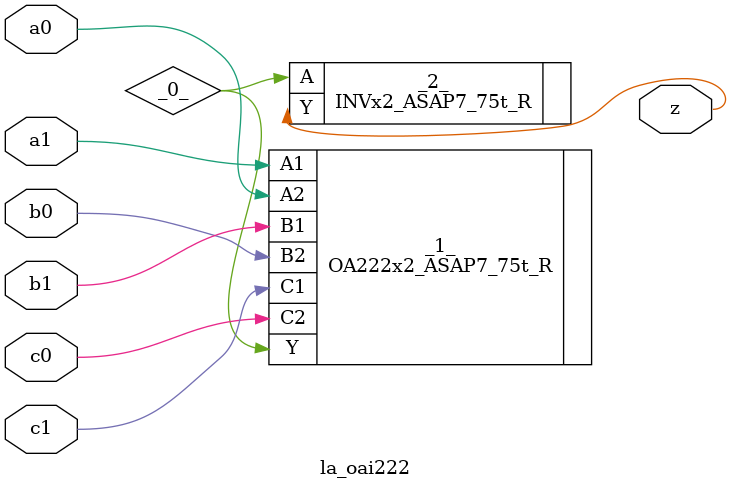
<source format=v>

/* Generated by Yosys 0.37 (git sha1 a5c7f69ed, clang 14.0.0-1ubuntu1.1 -fPIC -Os) */

module la_oai222(a0, a1, b0, b1, c0, c1, z);
  wire _0_;
  input a0;
  wire a0;
  input a1;
  wire a1;
  input b0;
  wire b0;
  input b1;
  wire b1;
  input c0;
  wire c0;
  input c1;
  wire c1;
  output z;
  wire z;
  OA222x2_ASAP7_75t_R _1_ (
    .A1(a1),
    .A2(a0),
    .B1(b1),
    .B2(b0),
    .C1(c1),
    .C2(c0),
    .Y(_0_)
  );
  INVx2_ASAP7_75t_R _2_ (
    .A(_0_),
    .Y(z)
  );
endmodule

</source>
